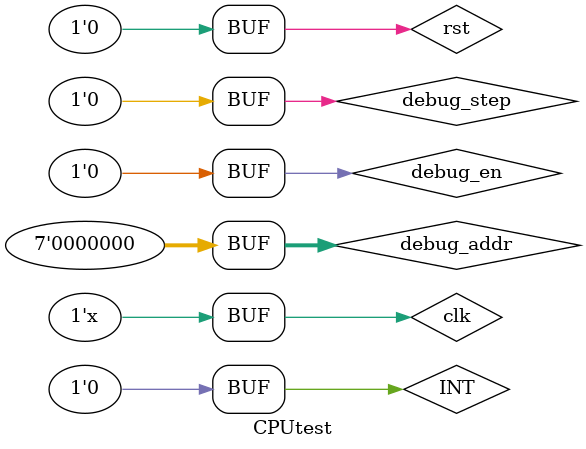
<source format=v>
`timescale 1ns / 1ps


module CPUtest;

	// Inputs
	reg debug_en;
	reg debug_step;
	reg [6:0] debug_addr;
	reg clk;
	reg rst;
	reg INT;

	// Outputs
	wire [31:0] debug_data;

	// Instantiate the Unit Under Test (UUT)
	cpu uut (
		.debug_en(debug_en), 
		.debug_step(debug_step), 
		.debug_addr(debug_addr), 
		.debug_data(debug_data), 
		.clk(clk), 
		.rst(rst), 
		.INT(INT)
	);

	initial begin
		// Initialize Inputs
		debug_en = 0;
		debug_step = 0;
		debug_addr = 0;
		clk = 0;
		rst = 0;
		INT = 0;

		// Wait 100 ns for global reset to finish
		#100;
        
		// Add stimulus here

	end
	
	always # 100 clk=~clk;
      
endmodule


</source>
